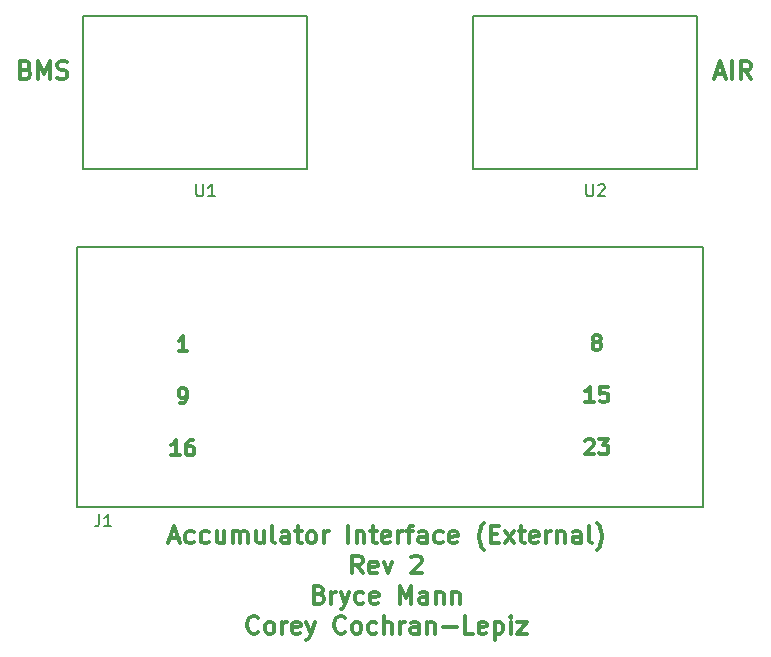
<source format=gto>
G04 #@! TF.GenerationSoftware,KiCad,Pcbnew,5.0.2-bee76a0~70~ubuntu18.04.1*
G04 #@! TF.CreationDate,2019-05-01T23:50:06-04:00*
G04 #@! TF.ProjectId,external_board,65787465-726e-4616-9c5f-626f6172642e,rev?*
G04 #@! TF.SameCoordinates,Original*
G04 #@! TF.FileFunction,Legend,Top*
G04 #@! TF.FilePolarity,Positive*
%FSLAX46Y46*%
G04 Gerber Fmt 4.6, Leading zero omitted, Abs format (unit mm)*
G04 Created by KiCad (PCBNEW 5.0.2-bee76a0~70~ubuntu18.04.1) date Wed 01 May 2019 11:50:06 PM EDT*
%MOMM*%
%LPD*%
G01*
G04 APERTURE LIST*
%ADD10C,0.300000*%
%ADD11C,0.150000*%
G04 APERTURE END LIST*
D10*
X134093857Y-69468923D02*
X133368142Y-69468923D01*
X133731000Y-69468923D02*
X133731000Y-68198923D01*
X133610047Y-68380352D01*
X133489095Y-68501304D01*
X133368142Y-68561780D01*
X133489095Y-73878923D02*
X133731000Y-73878923D01*
X133851952Y-73818447D01*
X133912428Y-73757971D01*
X134033380Y-73576542D01*
X134093857Y-73334638D01*
X134093857Y-72850828D01*
X134033380Y-72729876D01*
X133972904Y-72669400D01*
X133851952Y-72608923D01*
X133610047Y-72608923D01*
X133489095Y-72669400D01*
X133428619Y-72729876D01*
X133368142Y-72850828D01*
X133368142Y-73153209D01*
X133428619Y-73274161D01*
X133489095Y-73334638D01*
X133610047Y-73395114D01*
X133851952Y-73395114D01*
X133972904Y-73334638D01*
X134033380Y-73274161D01*
X134093857Y-73153209D01*
X133489095Y-78288923D02*
X132763380Y-78288923D01*
X133126238Y-78288923D02*
X133126238Y-77018923D01*
X133005285Y-77200352D01*
X132884333Y-77321304D01*
X132763380Y-77381780D01*
X134577666Y-77018923D02*
X134335761Y-77018923D01*
X134214809Y-77079400D01*
X134154333Y-77139876D01*
X134033380Y-77321304D01*
X133972904Y-77563209D01*
X133972904Y-78047019D01*
X134033380Y-78167971D01*
X134093857Y-78228447D01*
X134214809Y-78288923D01*
X134456714Y-78288923D01*
X134577666Y-78228447D01*
X134638142Y-78167971D01*
X134698619Y-78047019D01*
X134698619Y-77744638D01*
X134638142Y-77623685D01*
X134577666Y-77563209D01*
X134456714Y-77502733D01*
X134214809Y-77502733D01*
X134093857Y-77563209D01*
X134033380Y-77623685D01*
X133972904Y-77744638D01*
X168662047Y-68641609D02*
X168541095Y-68581133D01*
X168480619Y-68520657D01*
X168420142Y-68399704D01*
X168420142Y-68339228D01*
X168480619Y-68218276D01*
X168541095Y-68157800D01*
X168662047Y-68097323D01*
X168903952Y-68097323D01*
X169024904Y-68157800D01*
X169085380Y-68218276D01*
X169145857Y-68339228D01*
X169145857Y-68399704D01*
X169085380Y-68520657D01*
X169024904Y-68581133D01*
X168903952Y-68641609D01*
X168662047Y-68641609D01*
X168541095Y-68702085D01*
X168480619Y-68762561D01*
X168420142Y-68883514D01*
X168420142Y-69125419D01*
X168480619Y-69246371D01*
X168541095Y-69306847D01*
X168662047Y-69367323D01*
X168903952Y-69367323D01*
X169024904Y-69306847D01*
X169085380Y-69246371D01*
X169145857Y-69125419D01*
X169145857Y-68883514D01*
X169085380Y-68762561D01*
X169024904Y-68702085D01*
X168903952Y-68641609D01*
X168541095Y-73777323D02*
X167815380Y-73777323D01*
X168178238Y-73777323D02*
X168178238Y-72507323D01*
X168057285Y-72688752D01*
X167936333Y-72809704D01*
X167815380Y-72870180D01*
X169690142Y-72507323D02*
X169085380Y-72507323D01*
X169024904Y-73112085D01*
X169085380Y-73051609D01*
X169206333Y-72991133D01*
X169508714Y-72991133D01*
X169629666Y-73051609D01*
X169690142Y-73112085D01*
X169750619Y-73233038D01*
X169750619Y-73535419D01*
X169690142Y-73656371D01*
X169629666Y-73716847D01*
X169508714Y-73777323D01*
X169206333Y-73777323D01*
X169085380Y-73716847D01*
X169024904Y-73656371D01*
X167815380Y-77038276D02*
X167875857Y-76977800D01*
X167996809Y-76917323D01*
X168299190Y-76917323D01*
X168420142Y-76977800D01*
X168480619Y-77038276D01*
X168541095Y-77159228D01*
X168541095Y-77280180D01*
X168480619Y-77461609D01*
X167754904Y-78187323D01*
X168541095Y-78187323D01*
X168964428Y-76917323D02*
X169750619Y-76917323D01*
X169327285Y-77401133D01*
X169508714Y-77401133D01*
X169629666Y-77461609D01*
X169690142Y-77522085D01*
X169750619Y-77643038D01*
X169750619Y-77945419D01*
X169690142Y-78066371D01*
X169629666Y-78126847D01*
X169508714Y-78187323D01*
X169145857Y-78187323D01*
X169024904Y-78126847D01*
X168964428Y-78066371D01*
X132658571Y-85295000D02*
X133372857Y-85295000D01*
X132515714Y-85723571D02*
X133015714Y-84223571D01*
X133515714Y-85723571D01*
X134658571Y-85652142D02*
X134515714Y-85723571D01*
X134230000Y-85723571D01*
X134087142Y-85652142D01*
X134015714Y-85580714D01*
X133944285Y-85437857D01*
X133944285Y-85009285D01*
X134015714Y-84866428D01*
X134087142Y-84795000D01*
X134230000Y-84723571D01*
X134515714Y-84723571D01*
X134658571Y-84795000D01*
X135944285Y-85652142D02*
X135801428Y-85723571D01*
X135515714Y-85723571D01*
X135372857Y-85652142D01*
X135301428Y-85580714D01*
X135230000Y-85437857D01*
X135230000Y-85009285D01*
X135301428Y-84866428D01*
X135372857Y-84795000D01*
X135515714Y-84723571D01*
X135801428Y-84723571D01*
X135944285Y-84795000D01*
X137230000Y-84723571D02*
X137230000Y-85723571D01*
X136587142Y-84723571D02*
X136587142Y-85509285D01*
X136658571Y-85652142D01*
X136801428Y-85723571D01*
X137015714Y-85723571D01*
X137158571Y-85652142D01*
X137230000Y-85580714D01*
X137944285Y-85723571D02*
X137944285Y-84723571D01*
X137944285Y-84866428D02*
X138015714Y-84795000D01*
X138158571Y-84723571D01*
X138372857Y-84723571D01*
X138515714Y-84795000D01*
X138587142Y-84937857D01*
X138587142Y-85723571D01*
X138587142Y-84937857D02*
X138658571Y-84795000D01*
X138801428Y-84723571D01*
X139015714Y-84723571D01*
X139158571Y-84795000D01*
X139230000Y-84937857D01*
X139230000Y-85723571D01*
X140587142Y-84723571D02*
X140587142Y-85723571D01*
X139944285Y-84723571D02*
X139944285Y-85509285D01*
X140015714Y-85652142D01*
X140158571Y-85723571D01*
X140372857Y-85723571D01*
X140515714Y-85652142D01*
X140587142Y-85580714D01*
X141515714Y-85723571D02*
X141372857Y-85652142D01*
X141301428Y-85509285D01*
X141301428Y-84223571D01*
X142730000Y-85723571D02*
X142730000Y-84937857D01*
X142658571Y-84795000D01*
X142515714Y-84723571D01*
X142230000Y-84723571D01*
X142087142Y-84795000D01*
X142730000Y-85652142D02*
X142587142Y-85723571D01*
X142230000Y-85723571D01*
X142087142Y-85652142D01*
X142015714Y-85509285D01*
X142015714Y-85366428D01*
X142087142Y-85223571D01*
X142230000Y-85152142D01*
X142587142Y-85152142D01*
X142730000Y-85080714D01*
X143230000Y-84723571D02*
X143801428Y-84723571D01*
X143444285Y-84223571D02*
X143444285Y-85509285D01*
X143515714Y-85652142D01*
X143658571Y-85723571D01*
X143801428Y-85723571D01*
X144515714Y-85723571D02*
X144372857Y-85652142D01*
X144301428Y-85580714D01*
X144230000Y-85437857D01*
X144230000Y-85009285D01*
X144301428Y-84866428D01*
X144372857Y-84795000D01*
X144515714Y-84723571D01*
X144730000Y-84723571D01*
X144872857Y-84795000D01*
X144944285Y-84866428D01*
X145015714Y-85009285D01*
X145015714Y-85437857D01*
X144944285Y-85580714D01*
X144872857Y-85652142D01*
X144730000Y-85723571D01*
X144515714Y-85723571D01*
X145658571Y-85723571D02*
X145658571Y-84723571D01*
X145658571Y-85009285D02*
X145730000Y-84866428D01*
X145801428Y-84795000D01*
X145944285Y-84723571D01*
X146087142Y-84723571D01*
X147730000Y-85723571D02*
X147730000Y-84223571D01*
X148444285Y-84723571D02*
X148444285Y-85723571D01*
X148444285Y-84866428D02*
X148515714Y-84795000D01*
X148658571Y-84723571D01*
X148872857Y-84723571D01*
X149015714Y-84795000D01*
X149087142Y-84937857D01*
X149087142Y-85723571D01*
X149587142Y-84723571D02*
X150158571Y-84723571D01*
X149801428Y-84223571D02*
X149801428Y-85509285D01*
X149872857Y-85652142D01*
X150015714Y-85723571D01*
X150158571Y-85723571D01*
X151230000Y-85652142D02*
X151087142Y-85723571D01*
X150801428Y-85723571D01*
X150658571Y-85652142D01*
X150587142Y-85509285D01*
X150587142Y-84937857D01*
X150658571Y-84795000D01*
X150801428Y-84723571D01*
X151087142Y-84723571D01*
X151230000Y-84795000D01*
X151301428Y-84937857D01*
X151301428Y-85080714D01*
X150587142Y-85223571D01*
X151944285Y-85723571D02*
X151944285Y-84723571D01*
X151944285Y-85009285D02*
X152015714Y-84866428D01*
X152087142Y-84795000D01*
X152230000Y-84723571D01*
X152372857Y-84723571D01*
X152658571Y-84723571D02*
X153230000Y-84723571D01*
X152872857Y-85723571D02*
X152872857Y-84437857D01*
X152944285Y-84295000D01*
X153087142Y-84223571D01*
X153230000Y-84223571D01*
X154372857Y-85723571D02*
X154372857Y-84937857D01*
X154301428Y-84795000D01*
X154158571Y-84723571D01*
X153872857Y-84723571D01*
X153730000Y-84795000D01*
X154372857Y-85652142D02*
X154230000Y-85723571D01*
X153872857Y-85723571D01*
X153730000Y-85652142D01*
X153658571Y-85509285D01*
X153658571Y-85366428D01*
X153730000Y-85223571D01*
X153872857Y-85152142D01*
X154230000Y-85152142D01*
X154372857Y-85080714D01*
X155730000Y-85652142D02*
X155587142Y-85723571D01*
X155301428Y-85723571D01*
X155158571Y-85652142D01*
X155087142Y-85580714D01*
X155015714Y-85437857D01*
X155015714Y-85009285D01*
X155087142Y-84866428D01*
X155158571Y-84795000D01*
X155301428Y-84723571D01*
X155587142Y-84723571D01*
X155730000Y-84795000D01*
X156944285Y-85652142D02*
X156801428Y-85723571D01*
X156515714Y-85723571D01*
X156372857Y-85652142D01*
X156301428Y-85509285D01*
X156301428Y-84937857D01*
X156372857Y-84795000D01*
X156515714Y-84723571D01*
X156801428Y-84723571D01*
X156944285Y-84795000D01*
X157015714Y-84937857D01*
X157015714Y-85080714D01*
X156301428Y-85223571D01*
X159230000Y-86295000D02*
X159158571Y-86223571D01*
X159015714Y-86009285D01*
X158944285Y-85866428D01*
X158872857Y-85652142D01*
X158801428Y-85295000D01*
X158801428Y-85009285D01*
X158872857Y-84652142D01*
X158944285Y-84437857D01*
X159015714Y-84295000D01*
X159158571Y-84080714D01*
X159230000Y-84009285D01*
X159801428Y-84937857D02*
X160301428Y-84937857D01*
X160515714Y-85723571D02*
X159801428Y-85723571D01*
X159801428Y-84223571D01*
X160515714Y-84223571D01*
X161015714Y-85723571D02*
X161801428Y-84723571D01*
X161015714Y-84723571D02*
X161801428Y-85723571D01*
X162158571Y-84723571D02*
X162730000Y-84723571D01*
X162372857Y-84223571D02*
X162372857Y-85509285D01*
X162444285Y-85652142D01*
X162587142Y-85723571D01*
X162730000Y-85723571D01*
X163801428Y-85652142D02*
X163658571Y-85723571D01*
X163372857Y-85723571D01*
X163230000Y-85652142D01*
X163158571Y-85509285D01*
X163158571Y-84937857D01*
X163230000Y-84795000D01*
X163372857Y-84723571D01*
X163658571Y-84723571D01*
X163801428Y-84795000D01*
X163872857Y-84937857D01*
X163872857Y-85080714D01*
X163158571Y-85223571D01*
X164515714Y-85723571D02*
X164515714Y-84723571D01*
X164515714Y-85009285D02*
X164587142Y-84866428D01*
X164658571Y-84795000D01*
X164801428Y-84723571D01*
X164944285Y-84723571D01*
X165444285Y-84723571D02*
X165444285Y-85723571D01*
X165444285Y-84866428D02*
X165515714Y-84795000D01*
X165658571Y-84723571D01*
X165872857Y-84723571D01*
X166015714Y-84795000D01*
X166087142Y-84937857D01*
X166087142Y-85723571D01*
X167444285Y-85723571D02*
X167444285Y-84937857D01*
X167372857Y-84795000D01*
X167230000Y-84723571D01*
X166944285Y-84723571D01*
X166801428Y-84795000D01*
X167444285Y-85652142D02*
X167301428Y-85723571D01*
X166944285Y-85723571D01*
X166801428Y-85652142D01*
X166730000Y-85509285D01*
X166730000Y-85366428D01*
X166801428Y-85223571D01*
X166944285Y-85152142D01*
X167301428Y-85152142D01*
X167444285Y-85080714D01*
X168372857Y-85723571D02*
X168230000Y-85652142D01*
X168158571Y-85509285D01*
X168158571Y-84223571D01*
X168801428Y-86295000D02*
X168872857Y-86223571D01*
X169015714Y-86009285D01*
X169087142Y-85866428D01*
X169158571Y-85652142D01*
X169230000Y-85295000D01*
X169230000Y-85009285D01*
X169158571Y-84652142D01*
X169087142Y-84437857D01*
X169015714Y-84295000D01*
X168872857Y-84080714D01*
X168801428Y-84009285D01*
X148944285Y-88273571D02*
X148444285Y-87559285D01*
X148087142Y-88273571D02*
X148087142Y-86773571D01*
X148658571Y-86773571D01*
X148801428Y-86845000D01*
X148872857Y-86916428D01*
X148944285Y-87059285D01*
X148944285Y-87273571D01*
X148872857Y-87416428D01*
X148801428Y-87487857D01*
X148658571Y-87559285D01*
X148087142Y-87559285D01*
X150158571Y-88202142D02*
X150015714Y-88273571D01*
X149730000Y-88273571D01*
X149587142Y-88202142D01*
X149515714Y-88059285D01*
X149515714Y-87487857D01*
X149587142Y-87345000D01*
X149730000Y-87273571D01*
X150015714Y-87273571D01*
X150158571Y-87345000D01*
X150230000Y-87487857D01*
X150230000Y-87630714D01*
X149515714Y-87773571D01*
X150730000Y-87273571D02*
X151087142Y-88273571D01*
X151444285Y-87273571D01*
X153087142Y-86916428D02*
X153158571Y-86845000D01*
X153301428Y-86773571D01*
X153658571Y-86773571D01*
X153801428Y-86845000D01*
X153872857Y-86916428D01*
X153944285Y-87059285D01*
X153944285Y-87202142D01*
X153872857Y-87416428D01*
X153015714Y-88273571D01*
X153944285Y-88273571D01*
X145301428Y-90037857D02*
X145515714Y-90109285D01*
X145587142Y-90180714D01*
X145658571Y-90323571D01*
X145658571Y-90537857D01*
X145587142Y-90680714D01*
X145515714Y-90752142D01*
X145372857Y-90823571D01*
X144801428Y-90823571D01*
X144801428Y-89323571D01*
X145301428Y-89323571D01*
X145444285Y-89395000D01*
X145515714Y-89466428D01*
X145587142Y-89609285D01*
X145587142Y-89752142D01*
X145515714Y-89895000D01*
X145444285Y-89966428D01*
X145301428Y-90037857D01*
X144801428Y-90037857D01*
X146301428Y-90823571D02*
X146301428Y-89823571D01*
X146301428Y-90109285D02*
X146372857Y-89966428D01*
X146444285Y-89895000D01*
X146587142Y-89823571D01*
X146730000Y-89823571D01*
X147087142Y-89823571D02*
X147444285Y-90823571D01*
X147801428Y-89823571D02*
X147444285Y-90823571D01*
X147301428Y-91180714D01*
X147230000Y-91252142D01*
X147087142Y-91323571D01*
X149015714Y-90752142D02*
X148872857Y-90823571D01*
X148587142Y-90823571D01*
X148444285Y-90752142D01*
X148372857Y-90680714D01*
X148301428Y-90537857D01*
X148301428Y-90109285D01*
X148372857Y-89966428D01*
X148444285Y-89895000D01*
X148587142Y-89823571D01*
X148872857Y-89823571D01*
X149015714Y-89895000D01*
X150230000Y-90752142D02*
X150087142Y-90823571D01*
X149801428Y-90823571D01*
X149658571Y-90752142D01*
X149587142Y-90609285D01*
X149587142Y-90037857D01*
X149658571Y-89895000D01*
X149801428Y-89823571D01*
X150087142Y-89823571D01*
X150230000Y-89895000D01*
X150301428Y-90037857D01*
X150301428Y-90180714D01*
X149587142Y-90323571D01*
X152087142Y-90823571D02*
X152087142Y-89323571D01*
X152587142Y-90395000D01*
X153087142Y-89323571D01*
X153087142Y-90823571D01*
X154444285Y-90823571D02*
X154444285Y-90037857D01*
X154372857Y-89895000D01*
X154230000Y-89823571D01*
X153944285Y-89823571D01*
X153801428Y-89895000D01*
X154444285Y-90752142D02*
X154301428Y-90823571D01*
X153944285Y-90823571D01*
X153801428Y-90752142D01*
X153730000Y-90609285D01*
X153730000Y-90466428D01*
X153801428Y-90323571D01*
X153944285Y-90252142D01*
X154301428Y-90252142D01*
X154444285Y-90180714D01*
X155158571Y-89823571D02*
X155158571Y-90823571D01*
X155158571Y-89966428D02*
X155230000Y-89895000D01*
X155372857Y-89823571D01*
X155587142Y-89823571D01*
X155730000Y-89895000D01*
X155801428Y-90037857D01*
X155801428Y-90823571D01*
X156515714Y-89823571D02*
X156515714Y-90823571D01*
X156515714Y-89966428D02*
X156587142Y-89895000D01*
X156729999Y-89823571D01*
X156944285Y-89823571D01*
X157087142Y-89895000D01*
X157158571Y-90037857D01*
X157158571Y-90823571D01*
X140122857Y-93230714D02*
X140051428Y-93302142D01*
X139837142Y-93373571D01*
X139694285Y-93373571D01*
X139480000Y-93302142D01*
X139337142Y-93159285D01*
X139265714Y-93016428D01*
X139194285Y-92730714D01*
X139194285Y-92516428D01*
X139265714Y-92230714D01*
X139337142Y-92087857D01*
X139480000Y-91945000D01*
X139694285Y-91873571D01*
X139837142Y-91873571D01*
X140051428Y-91945000D01*
X140122857Y-92016428D01*
X140980000Y-93373571D02*
X140837142Y-93302142D01*
X140765714Y-93230714D01*
X140694285Y-93087857D01*
X140694285Y-92659285D01*
X140765714Y-92516428D01*
X140837142Y-92445000D01*
X140980000Y-92373571D01*
X141194285Y-92373571D01*
X141337142Y-92445000D01*
X141408571Y-92516428D01*
X141480000Y-92659285D01*
X141480000Y-93087857D01*
X141408571Y-93230714D01*
X141337142Y-93302142D01*
X141194285Y-93373571D01*
X140980000Y-93373571D01*
X142122857Y-93373571D02*
X142122857Y-92373571D01*
X142122857Y-92659285D02*
X142194285Y-92516428D01*
X142265714Y-92445000D01*
X142408571Y-92373571D01*
X142551428Y-92373571D01*
X143622857Y-93302142D02*
X143480000Y-93373571D01*
X143194285Y-93373571D01*
X143051428Y-93302142D01*
X142980000Y-93159285D01*
X142980000Y-92587857D01*
X143051428Y-92445000D01*
X143194285Y-92373571D01*
X143480000Y-92373571D01*
X143622857Y-92445000D01*
X143694285Y-92587857D01*
X143694285Y-92730714D01*
X142980000Y-92873571D01*
X144194285Y-92373571D02*
X144551428Y-93373571D01*
X144908571Y-92373571D02*
X144551428Y-93373571D01*
X144408571Y-93730714D01*
X144337142Y-93802142D01*
X144194285Y-93873571D01*
X147480000Y-93230714D02*
X147408571Y-93302142D01*
X147194285Y-93373571D01*
X147051428Y-93373571D01*
X146837142Y-93302142D01*
X146694285Y-93159285D01*
X146622857Y-93016428D01*
X146551428Y-92730714D01*
X146551428Y-92516428D01*
X146622857Y-92230714D01*
X146694285Y-92087857D01*
X146837142Y-91945000D01*
X147051428Y-91873571D01*
X147194285Y-91873571D01*
X147408571Y-91945000D01*
X147480000Y-92016428D01*
X148337142Y-93373571D02*
X148194285Y-93302142D01*
X148122857Y-93230714D01*
X148051428Y-93087857D01*
X148051428Y-92659285D01*
X148122857Y-92516428D01*
X148194285Y-92445000D01*
X148337142Y-92373571D01*
X148551428Y-92373571D01*
X148694285Y-92445000D01*
X148765714Y-92516428D01*
X148837142Y-92659285D01*
X148837142Y-93087857D01*
X148765714Y-93230714D01*
X148694285Y-93302142D01*
X148551428Y-93373571D01*
X148337142Y-93373571D01*
X150122857Y-93302142D02*
X149980000Y-93373571D01*
X149694285Y-93373571D01*
X149551428Y-93302142D01*
X149480000Y-93230714D01*
X149408571Y-93087857D01*
X149408571Y-92659285D01*
X149480000Y-92516428D01*
X149551428Y-92445000D01*
X149694285Y-92373571D01*
X149980000Y-92373571D01*
X150122857Y-92445000D01*
X150765714Y-93373571D02*
X150765714Y-91873571D01*
X151408571Y-93373571D02*
X151408571Y-92587857D01*
X151337142Y-92445000D01*
X151194285Y-92373571D01*
X150980000Y-92373571D01*
X150837142Y-92445000D01*
X150765714Y-92516428D01*
X152122857Y-93373571D02*
X152122857Y-92373571D01*
X152122857Y-92659285D02*
X152194285Y-92516428D01*
X152265714Y-92445000D01*
X152408571Y-92373571D01*
X152551428Y-92373571D01*
X153694285Y-93373571D02*
X153694285Y-92587857D01*
X153622857Y-92445000D01*
X153480000Y-92373571D01*
X153194285Y-92373571D01*
X153051428Y-92445000D01*
X153694285Y-93302142D02*
X153551428Y-93373571D01*
X153194285Y-93373571D01*
X153051428Y-93302142D01*
X152980000Y-93159285D01*
X152980000Y-93016428D01*
X153051428Y-92873571D01*
X153194285Y-92802142D01*
X153551428Y-92802142D01*
X153694285Y-92730714D01*
X154408571Y-92373571D02*
X154408571Y-93373571D01*
X154408571Y-92516428D02*
X154480000Y-92445000D01*
X154622857Y-92373571D01*
X154837142Y-92373571D01*
X154980000Y-92445000D01*
X155051428Y-92587857D01*
X155051428Y-93373571D01*
X155765714Y-92802142D02*
X156908571Y-92802142D01*
X158337142Y-93373571D02*
X157622857Y-93373571D01*
X157622857Y-91873571D01*
X159408571Y-93302142D02*
X159265714Y-93373571D01*
X158980000Y-93373571D01*
X158837142Y-93302142D01*
X158765714Y-93159285D01*
X158765714Y-92587857D01*
X158837142Y-92445000D01*
X158980000Y-92373571D01*
X159265714Y-92373571D01*
X159408571Y-92445000D01*
X159480000Y-92587857D01*
X159480000Y-92730714D01*
X158765714Y-92873571D01*
X160122857Y-92373571D02*
X160122857Y-93873571D01*
X160122857Y-92445000D02*
X160265714Y-92373571D01*
X160551428Y-92373571D01*
X160694285Y-92445000D01*
X160765714Y-92516428D01*
X160837142Y-92659285D01*
X160837142Y-93087857D01*
X160765714Y-93230714D01*
X160694285Y-93302142D01*
X160551428Y-93373571D01*
X160265714Y-93373571D01*
X160122857Y-93302142D01*
X161480000Y-93373571D02*
X161480000Y-92373571D01*
X161480000Y-91873571D02*
X161408571Y-91945000D01*
X161480000Y-92016428D01*
X161551428Y-91945000D01*
X161480000Y-91873571D01*
X161480000Y-92016428D01*
X162051428Y-92373571D02*
X162837142Y-92373571D01*
X162051428Y-93373571D01*
X162837142Y-93373571D01*
X178875714Y-45970000D02*
X179590000Y-45970000D01*
X178732857Y-46398571D02*
X179232857Y-44898571D01*
X179732857Y-46398571D01*
X180232857Y-46398571D02*
X180232857Y-44898571D01*
X181804285Y-46398571D02*
X181304285Y-45684285D01*
X180947142Y-46398571D02*
X180947142Y-44898571D01*
X181518571Y-44898571D01*
X181661428Y-44970000D01*
X181732857Y-45041428D01*
X181804285Y-45184285D01*
X181804285Y-45398571D01*
X181732857Y-45541428D01*
X181661428Y-45612857D01*
X181518571Y-45684285D01*
X180947142Y-45684285D01*
X120455714Y-45612857D02*
X120670000Y-45684285D01*
X120741428Y-45755714D01*
X120812857Y-45898571D01*
X120812857Y-46112857D01*
X120741428Y-46255714D01*
X120670000Y-46327142D01*
X120527142Y-46398571D01*
X119955714Y-46398571D01*
X119955714Y-44898571D01*
X120455714Y-44898571D01*
X120598571Y-44970000D01*
X120670000Y-45041428D01*
X120741428Y-45184285D01*
X120741428Y-45327142D01*
X120670000Y-45470000D01*
X120598571Y-45541428D01*
X120455714Y-45612857D01*
X119955714Y-45612857D01*
X121455714Y-46398571D02*
X121455714Y-44898571D01*
X121955714Y-45970000D01*
X122455714Y-44898571D01*
X122455714Y-46398571D01*
X123098571Y-46327142D02*
X123312857Y-46398571D01*
X123670000Y-46398571D01*
X123812857Y-46327142D01*
X123884285Y-46255714D01*
X123955714Y-46112857D01*
X123955714Y-45970000D01*
X123884285Y-45827142D01*
X123812857Y-45755714D01*
X123670000Y-45684285D01*
X123384285Y-45612857D01*
X123241428Y-45541428D01*
X123170000Y-45470000D01*
X123098571Y-45327142D01*
X123098571Y-45184285D01*
X123170000Y-45041428D01*
X123241428Y-44970000D01*
X123384285Y-44898571D01*
X123741428Y-44898571D01*
X123955714Y-44970000D01*
D11*
G04 #@! TO.C,J1*
X124810000Y-60660000D02*
X177810000Y-60660000D01*
X177810000Y-60660000D02*
X177810000Y-82660000D01*
X177810000Y-82660000D02*
X124810000Y-82660000D01*
X124810000Y-82660000D02*
X124810000Y-60660000D01*
G04 #@! TO.C,U1*
X144270000Y-54070000D02*
X144270000Y-52070000D01*
X125270000Y-54070000D02*
X144270000Y-54070000D01*
X125270000Y-41070000D02*
X125270000Y-54070000D01*
X144270000Y-41070000D02*
X125270000Y-41070000D01*
X144270000Y-52070000D02*
X144270000Y-41070000D01*
G04 #@! TO.C,U2*
X177290000Y-52070000D02*
X177290000Y-41070000D01*
X177290000Y-41070000D02*
X158290000Y-41070000D01*
X158290000Y-41070000D02*
X158290000Y-54070000D01*
X158290000Y-54070000D02*
X177290000Y-54070000D01*
X177290000Y-54070000D02*
X177290000Y-52070000D01*
G04 #@! TO.C,J1*
X126666666Y-83272380D02*
X126666666Y-83986666D01*
X126619047Y-84129523D01*
X126523809Y-84224761D01*
X126380952Y-84272380D01*
X126285714Y-84272380D01*
X127666666Y-84272380D02*
X127095238Y-84272380D01*
X127380952Y-84272380D02*
X127380952Y-83272380D01*
X127285714Y-83415238D01*
X127190476Y-83510476D01*
X127095238Y-83558095D01*
G04 #@! TO.C,U1*
X134874095Y-55332380D02*
X134874095Y-56141904D01*
X134921714Y-56237142D01*
X134969333Y-56284761D01*
X135064571Y-56332380D01*
X135255047Y-56332380D01*
X135350285Y-56284761D01*
X135397904Y-56237142D01*
X135445523Y-56141904D01*
X135445523Y-55332380D01*
X136445523Y-56332380D02*
X135874095Y-56332380D01*
X136159809Y-56332380D02*
X136159809Y-55332380D01*
X136064571Y-55475238D01*
X135969333Y-55570476D01*
X135874095Y-55618095D01*
G04 #@! TO.C,U2*
X167894095Y-55332380D02*
X167894095Y-56141904D01*
X167941714Y-56237142D01*
X167989333Y-56284761D01*
X168084571Y-56332380D01*
X168275047Y-56332380D01*
X168370285Y-56284761D01*
X168417904Y-56237142D01*
X168465523Y-56141904D01*
X168465523Y-55332380D01*
X168894095Y-55427619D02*
X168941714Y-55380000D01*
X169036952Y-55332380D01*
X169275047Y-55332380D01*
X169370285Y-55380000D01*
X169417904Y-55427619D01*
X169465523Y-55522857D01*
X169465523Y-55618095D01*
X169417904Y-55760952D01*
X168846476Y-56332380D01*
X169465523Y-56332380D01*
G04 #@! TD*
M02*

</source>
